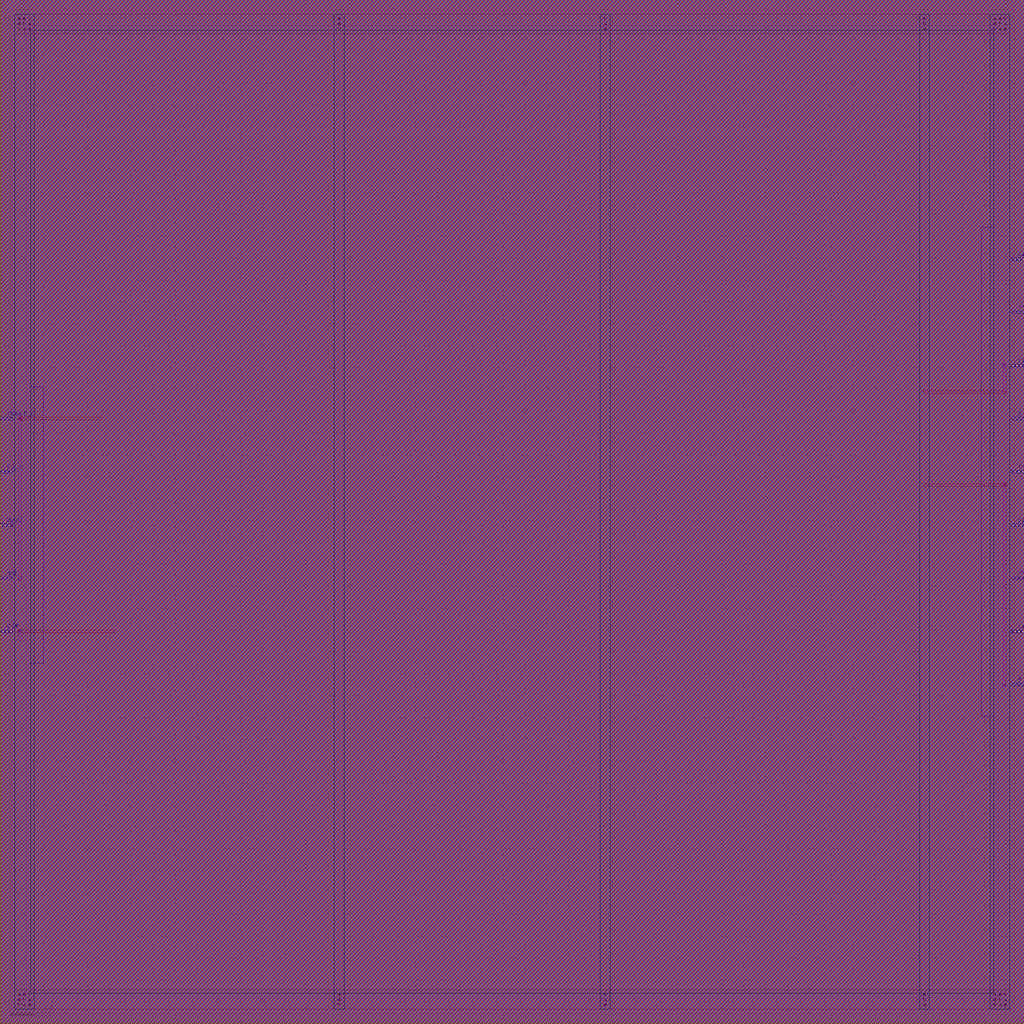
<source format=lef>
VERSION 5.8 ;
BUSBITCHARS "[]" ;

UNITS
  DATABASE MICRONS 1000 ;
END UNITS

MANUFACTURINGGRID 0.001 ;

PROPERTYDEFINITIONS
  MACRO previous_effective_target_usage REAL ;
  MACRO expanded_util REAL ;
END PROPERTYDEFINITIONS

LAYER NWELL
  TYPE MASTERSLICE ;
END NWELL

LAYER M1
  TYPE ROUTING ;
  DIRECTION HORIZONTAL ;
  PITCH 0.152 ;
  WIDTH 0.05 ;
  PROPERTY LEF58_WIDTH "WIDTH 0.05 WRONGDIRECTION ;" ;
END M1

LAYER VIA1
  TYPE CUT ;
END VIA1

LAYER M2
  TYPE ROUTING ;
  DIRECTION VERTICAL ;
  PITCH 0.152 ;
  WIDTH 0.056 ;
  PROPERTY LEF58_WIDTH "WIDTH 0.056 WRONGDIRECTION ;" ;
END M2

LAYER VIA2
  TYPE CUT ;
END VIA2

LAYER M3
  TYPE ROUTING ;
  DIRECTION HORIZONTAL ;
  PITCH 0.304 ;
  WIDTH 0.056 ;
  PROPERTY LEF58_WIDTH "WIDTH 0.056 WRONGDIRECTION ;" ;
END M3

LAYER VIA3
  TYPE CUT ;
END VIA3

LAYER M4
  TYPE ROUTING ;
  DIRECTION VERTICAL ;
  PITCH 0.304 ;
  WIDTH 0.056 ;
  PROPERTY LEF58_WIDTH "WIDTH 0.056 WRONGDIRECTION ;" ;
END M4

LAYER VIA4
  TYPE CUT ;
END VIA4

LAYER M5
  TYPE ROUTING ;
  DIRECTION HORIZONTAL ;
  PITCH 0.608 ;
  WIDTH 0.056 ;
  PROPERTY LEF58_WIDTH "WIDTH 0.056 WRONGDIRECTION ;" ;
END M5

LAYER VIA5
  TYPE CUT ;
END VIA5

LAYER M6
  TYPE ROUTING ;
  DIRECTION VERTICAL ;
  PITCH 0.608 ;
  WIDTH 0.056 ;
  PROPERTY LEF58_WIDTH "WIDTH 0.056 WRONGDIRECTION ;" ;
END M6

LAYER VIA6
  TYPE CUT ;
END VIA6

LAYER M7
  TYPE ROUTING ;
  DIRECTION HORIZONTAL ;
  PITCH 1.216 ;
  WIDTH 0.056 ;
  PROPERTY LEF58_WIDTH "WIDTH 0.056 WRONGDIRECTION ;" ;
END M7

LAYER VIA7
  TYPE CUT ;
END VIA7

LAYER M8
  TYPE ROUTING ;
  DIRECTION VERTICAL ;
  PITCH 1.216 ;
  WIDTH 0.056 ;
  PROPERTY LEF58_WIDTH "WIDTH 0.056 WRONGDIRECTION ;" ;
END M8

LAYER VIA8
  TYPE CUT ;
END VIA8

LAYER M9
  TYPE ROUTING ;
  DIRECTION HORIZONTAL ;
  PITCH 2.432 ;
  WIDTH 0.16 ;
  PROPERTY LEF58_WIDTH "WIDTH 0.16 WRONGDIRECTION ;" ;
END M9

LAYER VIARDL
  TYPE CUT ;
END VIARDL

LAYER MRDL
  TYPE ROUTING ;
  DIRECTION VERTICAL ;
  PITCH 4.864 ;
  WIDTH 2 ;
  PROPERTY LEF58_WIDTH "WIDTH 2 WRONGDIRECTION ;" ;
END MRDL

LAYER DNW
  TYPE MASTERSLICE ;
END DNW

LAYER DIFF
  TYPE MASTERSLICE ;
END DIFF

LAYER PIMP
  TYPE MASTERSLICE ;
END PIMP

LAYER NIMP
  TYPE MASTERSLICE ;
END NIMP

LAYER DIFF_18
  TYPE MASTERSLICE ;
END DIFF_18

LAYER PAD
  TYPE MASTERSLICE ;
END PAD

LAYER ESD_25
  TYPE MASTERSLICE ;
END ESD_25

LAYER SBLK
  TYPE MASTERSLICE ;
END SBLK

LAYER HVTIMP
  TYPE MASTERSLICE ;
END HVTIMP

LAYER LVTIMP
  TYPE MASTERSLICE ;
END LVTIMP

LAYER M1PIN
  TYPE MASTERSLICE ;
END M1PIN

LAYER M2PIN
  TYPE MASTERSLICE ;
END M2PIN

LAYER M3PIN
  TYPE MASTERSLICE ;
END M3PIN

LAYER M4PIN
  TYPE MASTERSLICE ;
END M4PIN

LAYER M5PIN
  TYPE MASTERSLICE ;
END M5PIN

LAYER M6PIN
  TYPE MASTERSLICE ;
END M6PIN

LAYER M7PIN
  TYPE MASTERSLICE ;
END M7PIN

LAYER M8PIN
  TYPE MASTERSLICE ;
END M8PIN

LAYER M9PIN
  TYPE MASTERSLICE ;
END M9PIN

LAYER MRDL9PIN
  TYPE MASTERSLICE ;
END MRDL9PIN

LAYER HOTNWL
  TYPE MASTERSLICE ;
END HOTNWL

LAYER DIOD
  TYPE MASTERSLICE ;
END DIOD

LAYER BJTDMY
  TYPE MASTERSLICE ;
END BJTDMY

LAYER RNW
  TYPE MASTERSLICE ;
END RNW

LAYER RMARK
  TYPE MASTERSLICE ;
END RMARK

LAYER prBoundary
  TYPE MASTERSLICE ;
END prBoundary

LAYER LOGO
  TYPE MASTERSLICE ;
END LOGO

LAYER IP
  TYPE MASTERSLICE ;
END IP

LAYER RM1
  TYPE MASTERSLICE ;
END RM1

LAYER RM2
  TYPE MASTERSLICE ;
END RM2

LAYER RM3
  TYPE MASTERSLICE ;
END RM3

LAYER RM4
  TYPE MASTERSLICE ;
END RM4

LAYER RM5
  TYPE MASTERSLICE ;
END RM5

LAYER RM6
  TYPE MASTERSLICE ;
END RM6

LAYER RM7
  TYPE MASTERSLICE ;
END RM7

LAYER RM8
  TYPE MASTERSLICE ;
END RM8

LAYER RM9
  TYPE MASTERSLICE ;
END RM9

LAYER DM1EXCL
  TYPE MASTERSLICE ;
END DM1EXCL

LAYER DM2EXCL
  TYPE MASTERSLICE ;
END DM2EXCL

LAYER DM3EXCL
  TYPE MASTERSLICE ;
END DM3EXCL

LAYER DM4EXCL
  TYPE MASTERSLICE ;
END DM4EXCL

LAYER DM5EXCL
  TYPE MASTERSLICE ;
END DM5EXCL

LAYER DM6EXCL
  TYPE MASTERSLICE ;
END DM6EXCL

LAYER DM7EXCL
  TYPE MASTERSLICE ;
END DM7EXCL

LAYER DM8EXCL
  TYPE MASTERSLICE ;
END DM8EXCL

LAYER DM9EXCL
  TYPE MASTERSLICE ;
END DM9EXCL

LAYER DIFF_25
  TYPE MASTERSLICE ;
END DIFF_25

LAYER DIFF_FM
  TYPE MASTERSLICE ;
END DIFF_FM

LAYER PO_FM
  TYPE MASTERSLICE ;
END PO_FM

LAYER OVERLAP
  TYPE OVERLAP ;
END OVERLAP

VIA VIA12SQ_C
  LAYER M1 ;
    RECT -0.055 -0.03 0.055 0.03 ;
  LAYER VIA1 ;
    RECT -0.025 -0.025 0.025 0.025 ;
  LAYER M2 ;
    RECT -0.03 -0.055 0.03 0.055 ;
END VIA12SQ_C

VIA VIA12BAR_C
  LAYER M1 ;
    RECT -0.055 -0.055 0.055 0.055 ;
  LAYER VIA1 ;
    RECT -0.025 -0.05 0.025 0.05 ;
  LAYER M2 ;
    RECT -0.03 -0.08 0.03 0.08 ;
END VIA12BAR_C

VIA VIA12LG_C
  LAYER M1 ;
    RECT -0.08 -0.055 0.08 0.055 ;
  LAYER VIA1 ;
    RECT -0.05 -0.05 0.05 0.05 ;
  LAYER M2 ;
    RECT -0.08 -0.055 0.08 0.055 ;
END VIA12LG_C

VIA VIA12SQ
  LAYER M1 ;
    RECT -0.055 -0.03 0.055 0.03 ;
  LAYER VIA1 ;
    RECT -0.025 -0.025 0.025 0.025 ;
  LAYER M2 ;
    RECT -0.055 -0.03 0.055 0.03 ;
END VIA12SQ

VIA VIA12BAR
  LAYER M1 ;
    RECT -0.055 -0.055 0.055 0.055 ;
  LAYER VIA1 ;
    RECT -0.025 -0.05 0.025 0.05 ;
  LAYER M2 ;
    RECT -0.055 -0.055 0.055 0.055 ;
END VIA12BAR

VIA VIA12LG
  LAYER M1 ;
    RECT -0.08 -0.055 0.08 0.055 ;
  LAYER VIA1 ;
    RECT -0.05 -0.05 0.05 0.05 ;
  LAYER M2 ;
    RECT -0.08 -0.055 0.08 0.055 ;
END VIA12LG

VIA VIA23SQ_C
  LAYER M2 ;
    RECT -0.055 -0.03 0.055 0.03 ;
  LAYER VIA2 ;
    RECT -0.025 -0.025 0.025 0.025 ;
  LAYER M3 ;
    RECT -0.03 -0.055 0.03 0.055 ;
END VIA23SQ_C

VIA VIA23BAR_C
  LAYER M2 ;
    RECT -0.055 -0.055 0.055 0.055 ;
  LAYER VIA2 ;
    RECT -0.025 -0.05 0.025 0.05 ;
  LAYER M3 ;
    RECT -0.03 -0.08 0.03 0.08 ;
END VIA23BAR_C

VIA VIA23LG_C
  LAYER M2 ;
    RECT -0.08 -0.055 0.08 0.055 ;
  LAYER VIA2 ;
    RECT -0.05 -0.05 0.05 0.05 ;
  LAYER M3 ;
    RECT -0.08 -0.055 0.08 0.055 ;
END VIA23LG_C

VIA VIA23SQ
  LAYER M2 ;
    RECT -0.055 -0.03 0.055 0.03 ;
  LAYER VIA2 ;
    RECT -0.025 -0.025 0.025 0.025 ;
  LAYER M3 ;
    RECT -0.055 -0.03 0.055 0.03 ;
END VIA23SQ

VIA VIA23BAR
  LAYER M2 ;
    RECT -0.055 -0.055 0.055 0.055 ;
  LAYER VIA2 ;
    RECT -0.025 -0.05 0.025 0.05 ;
  LAYER M3 ;
    RECT -0.055 -0.055 0.055 0.055 ;
END VIA23BAR

VIA VIA23LG
  LAYER M2 ;
    RECT -0.08 -0.055 0.08 0.055 ;
  LAYER VIA2 ;
    RECT -0.05 -0.05 0.05 0.05 ;
  LAYER M3 ;
    RECT -0.08 -0.055 0.08 0.055 ;
END VIA23LG

VIA VIA34SQ_C
  LAYER M3 ;
    RECT -0.055 -0.03 0.055 0.03 ;
  LAYER VIA3 ;
    RECT -0.025 -0.025 0.025 0.025 ;
  LAYER M4 ;
    RECT -0.03 -0.055 0.03 0.055 ;
END VIA34SQ_C

VIA VIA34BAR_C
  LAYER M3 ;
    RECT -0.055 -0.055 0.055 0.055 ;
  LAYER VIA3 ;
    RECT -0.025 -0.05 0.025 0.05 ;
  LAYER M4 ;
    RECT -0.03 -0.08 0.03 0.08 ;
END VIA34BAR_C

VIA VIA34LG_C
  LAYER M3 ;
    RECT -0.08 -0.055 0.08 0.055 ;
  LAYER VIA3 ;
    RECT -0.05 -0.05 0.05 0.05 ;
  LAYER M4 ;
    RECT -0.08 -0.055 0.08 0.055 ;
END VIA34LG_C

VIA VIA34SQ
  LAYER M3 ;
    RECT -0.055 -0.03 0.055 0.03 ;
  LAYER VIA3 ;
    RECT -0.025 -0.025 0.025 0.025 ;
  LAYER M4 ;
    RECT -0.055 -0.03 0.055 0.03 ;
END VIA34SQ

VIA VIA34BAR
  LAYER M3 ;
    RECT -0.055 -0.055 0.055 0.055 ;
  LAYER VIA3 ;
    RECT -0.025 -0.05 0.025 0.05 ;
  LAYER M4 ;
    RECT -0.055 -0.055 0.055 0.055 ;
END VIA34BAR

VIA VIA34LG
  LAYER M3 ;
    RECT -0.08 -0.055 0.08 0.055 ;
  LAYER VIA3 ;
    RECT -0.05 -0.05 0.05 0.05 ;
  LAYER M4 ;
    RECT -0.08 -0.055 0.08 0.055 ;
END VIA34LG

VIA VIA45SQ_C
  LAYER M4 ;
    RECT -0.055 -0.03 0.055 0.03 ;
  LAYER VIA4 ;
    RECT -0.025 -0.025 0.025 0.025 ;
  LAYER M5 ;
    RECT -0.03 -0.055 0.03 0.055 ;
END VIA45SQ_C

VIA VIA45BAR_C
  LAYER M4 ;
    RECT -0.055 -0.055 0.055 0.055 ;
  LAYER VIA4 ;
    RECT -0.025 -0.05 0.025 0.05 ;
  LAYER M5 ;
    RECT -0.03 -0.08 0.03 0.08 ;
END VIA45BAR_C

VIA VIA45LG_C
  LAYER M4 ;
    RECT -0.08 -0.055 0.08 0.055 ;
  LAYER VIA4 ;
    RECT -0.05 -0.05 0.05 0.05 ;
  LAYER M5 ;
    RECT -0.08 -0.055 0.08 0.055 ;
END VIA45LG_C

VIA VIA45SQ
  LAYER M4 ;
    RECT -0.055 -0.03 0.055 0.03 ;
  LAYER VIA4 ;
    RECT -0.025 -0.025 0.025 0.025 ;
  LAYER M5 ;
    RECT -0.055 -0.03 0.055 0.03 ;
END VIA45SQ

VIA VIA45BAR
  LAYER M4 ;
    RECT -0.055 -0.055 0.055 0.055 ;
  LAYER VIA4 ;
    RECT -0.025 -0.05 0.025 0.05 ;
  LAYER M5 ;
    RECT -0.055 -0.055 0.055 0.055 ;
END VIA45BAR

VIA VIA45LG
  LAYER M4 ;
    RECT -0.08 -0.055 0.08 0.055 ;
  LAYER VIA4 ;
    RECT -0.05 -0.05 0.05 0.05 ;
  LAYER M5 ;
    RECT -0.08 -0.055 0.08 0.055 ;
END VIA45LG

VIA VIA56SQ_C
  LAYER M5 ;
    RECT -0.055 -0.03 0.055 0.03 ;
  LAYER VIA5 ;
    RECT -0.025 -0.025 0.025 0.025 ;
  LAYER M6 ;
    RECT -0.03 -0.055 0.03 0.055 ;
END VIA56SQ_C

VIA VIA56BAR_C
  LAYER M5 ;
    RECT -0.055 -0.055 0.055 0.055 ;
  LAYER VIA5 ;
    RECT -0.025 -0.05 0.025 0.05 ;
  LAYER M6 ;
    RECT -0.03 -0.08 0.03 0.08 ;
END VIA56BAR_C

VIA VIA56LG_C
  LAYER M5 ;
    RECT -0.08 -0.055 0.08 0.055 ;
  LAYER VIA5 ;
    RECT -0.05 -0.05 0.05 0.05 ;
  LAYER M6 ;
    RECT -0.08 -0.055 0.08 0.055 ;
END VIA56LG_C

VIA VIA56SQ
  LAYER M5 ;
    RECT -0.055 -0.03 0.055 0.03 ;
  LAYER VIA5 ;
    RECT -0.025 -0.025 0.025 0.025 ;
  LAYER M6 ;
    RECT -0.055 -0.03 0.055 0.03 ;
END VIA56SQ

VIA VIA56BAR
  LAYER M5 ;
    RECT -0.055 -0.055 0.055 0.055 ;
  LAYER VIA5 ;
    RECT -0.025 -0.05 0.025 0.05 ;
  LAYER M6 ;
    RECT -0.055 -0.055 0.055 0.055 ;
END VIA56BAR

VIA VIA56LG
  LAYER M5 ;
    RECT -0.08 -0.055 0.08 0.055 ;
  LAYER VIA5 ;
    RECT -0.05 -0.05 0.05 0.05 ;
  LAYER M6 ;
    RECT -0.08 -0.055 0.08 0.055 ;
END VIA56LG

VIA VIA67SQ_C
  LAYER M6 ;
    RECT -0.055 -0.03 0.055 0.03 ;
  LAYER VIA6 ;
    RECT -0.025 -0.025 0.025 0.025 ;
  LAYER M7 ;
    RECT -0.03 -0.055 0.03 0.055 ;
END VIA67SQ_C

VIA VIA67BAR_C
  LAYER M6 ;
    RECT -0.055 -0.055 0.055 0.055 ;
  LAYER VIA6 ;
    RECT -0.025 -0.05 0.025 0.05 ;
  LAYER M7 ;
    RECT -0.03 -0.08 0.03 0.08 ;
END VIA67BAR_C

VIA VIA67LG_C
  LAYER M6 ;
    RECT -0.08 -0.055 0.08 0.055 ;
  LAYER VIA6 ;
    RECT -0.05 -0.05 0.05 0.05 ;
  LAYER M7 ;
    RECT -0.08 -0.055 0.08 0.055 ;
END VIA67LG_C

VIA VIA67SQ
  LAYER M6 ;
    RECT -0.055 -0.03 0.055 0.03 ;
  LAYER VIA6 ;
    RECT -0.025 -0.025 0.025 0.025 ;
  LAYER M7 ;
    RECT -0.055 -0.03 0.055 0.03 ;
END VIA67SQ

VIA VIA67BAR
  LAYER M6 ;
    RECT -0.055 -0.055 0.055 0.055 ;
  LAYER VIA6 ;
    RECT -0.025 -0.05 0.025 0.05 ;
  LAYER M7 ;
    RECT -0.055 -0.055 0.055 0.055 ;
END VIA67BAR

VIA VIA67LG
  LAYER M6 ;
    RECT -0.08 -0.055 0.08 0.055 ;
  LAYER VIA6 ;
    RECT -0.05 -0.05 0.05 0.05 ;
  LAYER M7 ;
    RECT -0.08 -0.055 0.08 0.055 ;
END VIA67LG

VIA VIA78SQ_C
  LAYER M7 ;
    RECT -0.055 -0.03 0.055 0.03 ;
  LAYER VIA7 ;
    RECT -0.025 -0.025 0.025 0.025 ;
  LAYER M8 ;
    RECT -0.03 -0.055 0.03 0.055 ;
END VIA78SQ_C

VIA VIA78BAR_C
  LAYER M7 ;
    RECT -0.055 -0.055 0.055 0.055 ;
  LAYER VIA7 ;
    RECT -0.025 -0.05 0.025 0.05 ;
  LAYER M8 ;
    RECT -0.03 -0.08 0.03 0.08 ;
END VIA78BAR_C

VIA VIA78LG_C
  LAYER M7 ;
    RECT -0.08 -0.055 0.08 0.055 ;
  LAYER VIA7 ;
    RECT -0.05 -0.05 0.05 0.05 ;
  LAYER M8 ;
    RECT -0.08 -0.055 0.08 0.055 ;
END VIA78LG_C

VIA VIA78SQ
  LAYER M7 ;
    RECT -0.055 -0.03 0.055 0.03 ;
  LAYER VIA7 ;
    RECT -0.025 -0.025 0.025 0.025 ;
  LAYER M8 ;
    RECT -0.055 -0.03 0.055 0.03 ;
END VIA78SQ

VIA VIA78BAR
  LAYER M7 ;
    RECT -0.055 -0.055 0.055 0.055 ;
  LAYER VIA7 ;
    RECT -0.025 -0.05 0.025 0.05 ;
  LAYER M8 ;
    RECT -0.055 -0.055 0.055 0.055 ;
END VIA78BAR

VIA VIA78LG
  LAYER M7 ;
    RECT -0.08 -0.055 0.08 0.055 ;
  LAYER VIA7 ;
    RECT -0.05 -0.05 0.05 0.05 ;
  LAYER M8 ;
    RECT -0.08 -0.055 0.08 0.055 ;
END VIA78LG

VIA VIA89_C
  LAYER M8 ;
    RECT -0.095 -0.08 0.095 0.08 ;
  LAYER VIA8 ;
    RECT -0.065 -0.065 0.065 0.065 ;
  LAYER M9 ;
    RECT -0.08 -0.095 0.08 0.095 ;
END VIA89_C

VIA VIA89
  LAYER M8 ;
    RECT -0.095 -0.08 0.095 0.08 ;
  LAYER VIA8 ;
    RECT -0.065 -0.065 0.065 0.065 ;
  LAYER M9 ;
    RECT -0.095 -0.08 0.095 0.08 ;
END VIA89

VIA VIA9RDL
  LAYER M9 ;
    RECT -1.5 -1.5 1.5 1.5 ;
  LAYER VIARDL ;
    RECT -1 -1 1 1 ;
  LAYER MRDL ;
    RECT -1.5 -1.5 1.5 1.5 ;
END VIA9RDL

NONDEFAULTRULE CTS_NDR_2w2s
  LAYER M2
    WIDTH 0.1 ;
    SPACING 0.1 ;
  END M2
  LAYER M3
    WIDTH 0.112 ;
    SPACING 0.112 ;
  END M3
  LAYER M4
    WIDTH 0.112 ;
    SPACING 0.112 ;
  END M4
  LAYER M5
    WIDTH 0.112 ;
    SPACING 0.112 ;
  END M5
  LAYER M6
    WIDTH 0.112 ;
    SPACING 0.112 ;
  END M6
  LAYER M7
    WIDTH 0.112 ;
    SPACING 0.112 ;
  END M7
  LAYER M8
    WIDTH 0.112 ;
    SPACING 0.112 ;
  END M8
  LAYER M9
    WIDTH 0.112 ;
    SPACING 0.112 ;
  END M9
  LAYER MRDL
    WIDTH 0.32 ;
    SPACING 0.32 ;
  END MRDL
END CTS_NDR_2w2s

NONDEFAULTRULE ndr_2w2s
  HARDSPACING ;
  LAYER M1
    WIDTH 0.1 ;
    SPACING 0.1 ;
  END M1
  LAYER M2
    WIDTH 0.112 ;
    SPACING 0.112 ;
  END M2
  LAYER M3
    WIDTH 0.112 ;
    SPACING 0.112 ;
  END M3
  LAYER M4
    WIDTH 0.112 ;
    SPACING 0.112 ;
  END M4
  LAYER M5
    WIDTH 0.112 ;
    SPACING 0.112 ;
  END M5
  LAYER M6
    WIDTH 0.112 ;
    SPACING 0.112 ;
  END M6
  LAYER M7
    WIDTH 0.112 ;
    SPACING 0.112 ;
  END M7
  LAYER M8
    WIDTH 0.112 ;
    SPACING 0.112 ;
  END M8
  LAYER M9
    WIDTH 0.32 ;
    SPACING 0.32 ;
  END M9
  LAYER MRDL
    WIDTH 4 ;
    SPACING 4 ;
  END MRDL
END ndr_2w2s

NONDEFAULTRULE ndr_2w2s_manual
  LAYER M1
    WIDTH 0.1 ;
    SPACING 0.1 ;
  END M1
  LAYER M2
    WIDTH 0.112 ;
    SPACING 0.112 ;
  END M2
  LAYER M3
    WIDTH 0.112 ;
    SPACING 0.112 ;
  END M3
  LAYER M4
    WIDTH 0.112 ;
    SPACING 0.112 ;
  END M4
  LAYER M5
    WIDTH 0.112 ;
    SPACING 0.112 ;
  END M5
  LAYER M6
    WIDTH 0.112 ;
    SPACING 0.112 ;
  END M6
  LAYER M7
    WIDTH 0.112 ;
    SPACING 0.112 ;
  END M7
  LAYER M8
    WIDTH 0.112 ;
    SPACING 0.112 ;
  END M8
  LAYER M9
    WIDTH 0.32 ;
    SPACING 0.32 ;
  END M9
  LAYER MRDL
    WIDTH 2 ;
    SPACING 2 ;
  END MRDL
END ndr_2w2s_manual

SITE unit
  CLASS CORE ;
  SYMMETRY Y ;
  SIZE 0.152 BY 1.672 ;
END unit

MACRO spi_rx
  CLASS BLOCK ;
  FOREIGN spi_rx -1.672 -1.672 ;
  ORIGIN 0 0 ;
  SIZE 23.408 BY 23.408 ;
  SYMMETRY X Y ;
  PIN clk
    DIRECTION INPUT ;
    USE CLOCK ;
    PORT
      LAYER M5 ;
        RECT 0 8.94 0.286 8.996 ;
    END
  END clk
  PIN reset_n
    DIRECTION INPUT ;
    USE SIGNAL ;
    PORT
      LAYER M5 ;
        RECT 0 13.804 0.286 13.86 ;
    END
  END reset_n
  PIN sck
    DIRECTION INPUT ;
    USE SIGNAL ;
    PORT
      LAYER M5 ;
        RECT 0 10.156 0.286 10.212 ;
    END
  END sck
  PIN cs_n
    DIRECTION INPUT ;
    USE SIGNAL ;
    PORT
      LAYER M5 ;
        RECT 0 12.588 0.286 12.644 ;
    END
  END cs_n
  PIN mosi
    DIRECTION INPUT ;
    USE SIGNAL ;
    PORT
      LAYER M5 ;
        RECT 0 11.372 0.286 11.428 ;
    END
  END mosi
  PIN rx_data[7]
    DIRECTION OUTPUT ;
    USE SIGNAL ;
    PORT
      LAYER M5 ;
        RECT 23.122 17.452 23.408 17.508 ;
    END
  END rx_data[7]
  PIN rx_data[6]
    DIRECTION OUTPUT ;
    USE SIGNAL ;
    PORT
      LAYER M5 ;
        RECT 23.122 16.236 23.408 16.292 ;
    END
  END rx_data[6]
  PIN rx_data[5]
    DIRECTION OUTPUT ;
    USE SIGNAL ;
    PORT
      LAYER M5 ;
        RECT 23.122 7.724 23.408 7.78 ;
    END
  END rx_data[5]
  PIN rx_data[4]
    DIRECTION OUTPUT ;
    USE SIGNAL ;
    PORT
      LAYER M5 ;
        RECT 23.122 15.02 23.408 15.076 ;
    END
  END rx_data[4]
  PIN rx_data[3]
    DIRECTION OUTPUT ;
    USE SIGNAL ;
    PORT
      LAYER M5 ;
        RECT 23.122 8.94 23.408 8.996 ;
    END
  END rx_data[3]
  PIN rx_data[2]
    DIRECTION OUTPUT ;
    USE SIGNAL ;
    PORT
      LAYER M5 ;
        RECT 23.122 13.804 23.408 13.86 ;
    END
  END rx_data[2]
  PIN rx_data[1]
    DIRECTION OUTPUT ;
    USE SIGNAL ;
    PORT
      LAYER M5 ;
        RECT 23.122 10.156 23.408 10.212 ;
    END
  END rx_data[1]
  PIN rx_data[0]
    DIRECTION OUTPUT ;
    USE SIGNAL ;
    PORT
      LAYER M5 ;
        RECT 23.122 12.588 23.408 12.644 ;
    END
  END rx_data[0]
  PIN rx_valid
    DIRECTION OUTPUT ;
    USE SIGNAL ;
    PORT
      LAYER M5 ;
        RECT 23.122 11.372 23.408 11.428 ;
    END
  END rx_valid
  PIN VDD
    DIRECTION INPUT ;
    USE POWER ;
  END VDD
  PIN VSS
    DIRECTION INPUT ;
    USE GROUND ;
  END VSS
  OBS
    LAYER M1 SPACING 0 ;
      RECT 0 0 23.408 23.408 ;
    LAYER M2 SPACING 0 ;
      RECT 0 0 23.408 23.408 ;
    LAYER M3 SPACING 0 ;
      RECT 0 0 23.408 23.408 ;
    LAYER M4 SPACING 0 ;
      RECT 0 0 23.408 23.408 ;
    LAYER M5 SPACING 0 ;
      POLYGON 23.408 23.408 23.408 17.508 23.122 17.508 23.122 17.452 23.408 17.452 23.408 16.292 23.122 16.292 23.122 16.236 23.408 16.236 23.408 15.076 23.122 15.076 23.122 15.02 23.408 15.02 23.408 13.86 23.122 13.86 23.122 13.804 23.408 13.804 23.408 12.644 23.122 12.644 23.122 12.588 23.408 12.588 23.408 11.428 23.122 11.428 23.122 11.372 23.408 11.372 23.408 10.212 23.122 10.212 23.122 10.156 23.408 10.156 23.408 8.996 23.122 8.996 23.122 8.94 23.408 8.94 23.408 7.78 23.122 7.78 23.122 7.724 23.408 7.724 23.408 0 0 0 0 8.94 0.286 8.94 0.286 8.996 0 8.996 0 10.156 0.286 10.156 0.286 10.212 0 10.212 0 11.372 0.286 11.372 0.286 11.428 0 11.428 0 12.588 0.286 12.588 0.286 12.644 0 12.644 0 13.804 0.286 13.804 0.286 13.86 0 13.86 0 23.408 ;
    LAYER M6 SPACING 0 ;
      RECT 0 0 23.408 23.408 ;
    LAYER M7 SPACING 0 ;
      RECT 0 0 23.408 23.408 ;
    LAYER M8 SPACING 0 ;
      RECT 0 0 23.408 23.408 ;
    LAYER NWELL SPACING 0 ;
      RECT 0 0 23.408 23.408 ;
    LAYER M5 ;
      POLYGON 22.708 22.708 22.708 18.208 22.422 18.208 22.422 7.024 22.708 7.024 22.708 0.7 0.7 0.7 0.7 8.24 0.986 8.24 0.986 14.56 0.7 14.56 0.7 22.708 ;
    LAYER M1 ;
      RECT 0.6 0.6 22.808 22.808 ;
    LAYER M2 ;
      RECT 0.7 0.7 22.708 22.708 ;
    LAYER M3 ;
      POLYGON 23.007 14.47 23.007 14.41 22.897 14.41 22.897 14.412 21.1 14.412 21.1 14.468 22.897 14.468 22.897 14.47 ;
      POLYGON 0.511 13.862 0.511 13.86 2.308 13.86 2.308 13.804 0.511 13.804 0.511 13.802 0.401 13.802 0.401 13.862 ;
      POLYGON 23.007 12.342 23.007 12.282 22.897 12.282 22.897 12.284 21.1 12.284 21.1 12.34 22.897 12.34 22.897 12.342 ;
      POLYGON 0.511 8.998 0.511 8.996 2.612 8.996 2.612 8.94 0.511 8.94 0.511 8.938 0.401 8.938 0.401 8.998 ;
      RECT 0.7 0.7 22.708 22.708 ;
    LAYER M4 ;
      POLYGON 22.982 15.103 22.982 14.993 22.98 14.993 22.98 14.495 22.982 14.495 22.982 14.385 22.922 14.385 22.922 14.495 22.924 14.495 22.924 14.993 22.922 14.993 22.922 15.103 ;
      POLYGON 0.486 13.887 0.486 13.777 0.484 13.777 0.484 10.239 0.486 10.239 0.486 10.129 0.426 10.129 0.426 10.239 0.428 10.239 0.428 13.777 0.426 13.777 0.426 13.887 ;
      POLYGON 22.982 12.367 22.982 12.257 22.98 12.257 22.98 7.807 22.982 7.807 22.982 7.697 22.922 7.697 22.922 7.807 22.924 7.807 22.924 12.257 22.922 12.257 22.922 12.367 ;
      RECT 0.426 8.756 0.486 9.023 ;
      RECT 0.7 0.7 22.708 22.708 ;
    LAYER M6 ;
      RECT 0.7 0.7 22.708 22.708 ;
    LAYER M7 ;
      RECT 0.328 22.632 23.08 23.08 ;
      RECT 0.328 0.328 23.08 0.776 ;
      RECT 0.7 0.7 22.708 22.708 ;
    LAYER M8 ;
      RECT 22.632 0.328 23.08 23.08 ;
      RECT 21.016 0.328 21.24 23.08 ;
      RECT 13.72 0.328 13.944 23.08 ;
      RECT 7.64 0.328 7.864 23.08 ;
      RECT 0.328 0.328 0.776 23.08 ;
      RECT 0.7 0.7 22.708 22.708 ;
    LAYER NWELL ;
      RECT 0.23 0.23 23.178 23.178 ;
    LAYER VIA3 ;
      RECT 22.927 14.415 22.977 14.465 ;
      RECT 0.431 13.807 0.481 13.857 ;
      RECT 22.927 12.287 22.977 12.337 ;
      RECT 0.431 8.943 0.481 8.993 ;
    LAYER VIA4 ;
      RECT 22.927 15.023 22.977 15.073 ;
      RECT 0.431 10.159 0.481 10.209 ;
      RECT 0.431 8.943 0.481 8.993 ;
      RECT 22.927 7.727 22.977 7.777 ;
    LAYER VIA7 ;
      RECT 22.951 22.951 23.001 23.001 ;
      RECT 22.831 22.951 22.881 23.001 ;
      RECT 22.711 22.951 22.761 23.001 ;
      RECT 21.103 22.951 21.153 23.001 ;
      RECT 13.807 22.951 13.857 23.001 ;
      RECT 7.727 22.951 7.777 23.001 ;
      RECT 0.647 22.951 0.697 23.001 ;
      RECT 0.527 22.951 0.577 23.001 ;
      RECT 0.407 22.951 0.457 23.001 ;
      RECT 22.951 22.831 23.001 22.881 ;
      RECT 22.831 22.831 22.881 22.881 ;
      RECT 22.711 22.831 22.761 22.881 ;
      RECT 21.103 22.831 21.153 22.881 ;
      RECT 13.807 22.831 13.857 22.881 ;
      RECT 7.727 22.831 7.777 22.881 ;
      RECT 0.647 22.831 0.697 22.881 ;
      RECT 0.527 22.831 0.577 22.881 ;
      RECT 0.407 22.831 0.457 22.881 ;
      RECT 22.951 22.711 23.001 22.761 ;
      RECT 22.831 22.711 22.881 22.761 ;
      RECT 22.711 22.711 22.761 22.761 ;
      RECT 21.103 22.711 21.153 22.761 ;
      RECT 13.807 22.711 13.857 22.761 ;
      RECT 7.727 22.711 7.777 22.761 ;
      RECT 0.647 22.711 0.697 22.761 ;
      RECT 0.527 22.711 0.577 22.761 ;
      RECT 0.407 22.711 0.457 22.761 ;
      RECT 22.951 0.647 23.001 0.697 ;
      RECT 22.831 0.647 22.881 0.697 ;
      RECT 22.711 0.647 22.761 0.697 ;
      RECT 21.103 0.647 21.153 0.697 ;
      RECT 13.807 0.647 13.857 0.697 ;
      RECT 7.727 0.647 7.777 0.697 ;
      RECT 0.647 0.647 0.697 0.697 ;
      RECT 0.527 0.647 0.577 0.697 ;
      RECT 0.407 0.647 0.457 0.697 ;
      RECT 22.951 0.527 23.001 0.577 ;
      RECT 22.831 0.527 22.881 0.577 ;
      RECT 22.711 0.527 22.761 0.577 ;
      RECT 21.103 0.527 21.153 0.577 ;
      RECT 13.807 0.527 13.857 0.577 ;
      RECT 7.727 0.527 7.777 0.577 ;
      RECT 0.647 0.527 0.697 0.577 ;
      RECT 0.527 0.527 0.577 0.577 ;
      RECT 0.407 0.527 0.457 0.577 ;
      RECT 22.951 0.407 23.001 0.457 ;
      RECT 22.831 0.407 22.881 0.457 ;
      RECT 22.711 0.407 22.761 0.457 ;
      RECT 21.103 0.407 21.153 0.457 ;
      RECT 13.807 0.407 13.857 0.457 ;
      RECT 7.727 0.407 7.777 0.457 ;
      RECT 0.647 0.407 0.697 0.457 ;
      RECT 0.527 0.407 0.577 0.457 ;
      RECT 0.407 0.407 0.457 0.457 ;
    LAYER OVERLAP ;
      POLYGON 0 0 0 23.408 23.408 23.408 23.408 0 ;
  END
  PROPERTY expanded_util 0.72 ;
  PROPERTY previous_effective_target_usage 0.800000011920929 ;
END spi_rx

END LIBRARY

</source>
